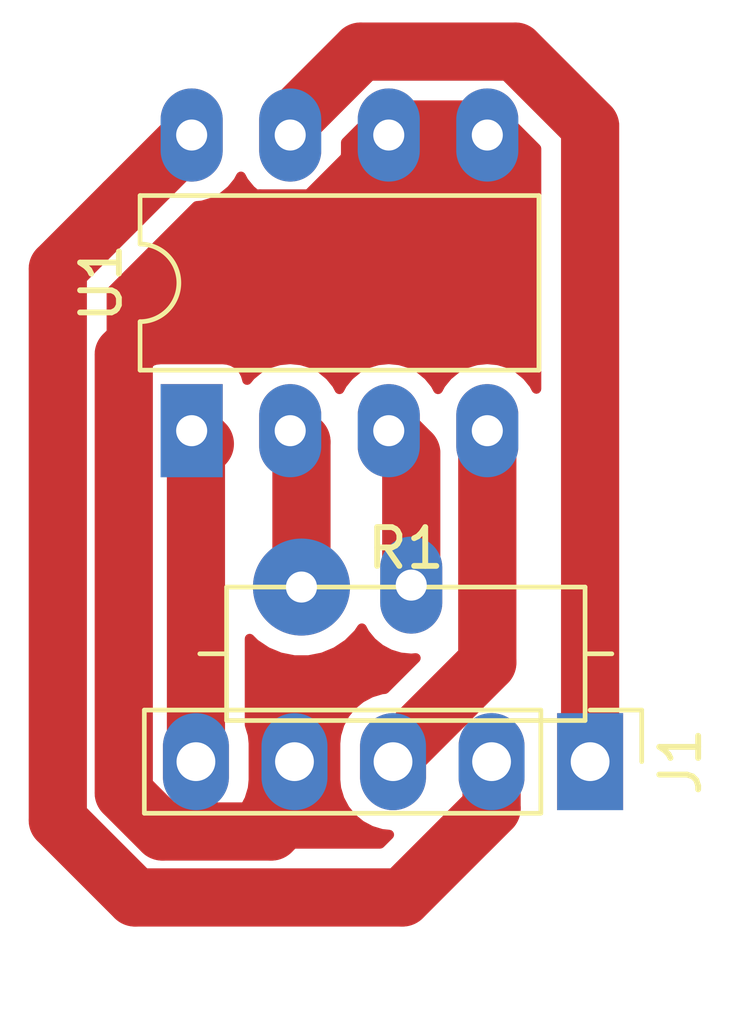
<source format=kicad_pcb>
(kicad_pcb (version 20171130) (host pcbnew "(5.1.7)-1")

  (general
    (thickness 1.6)
    (drawings 0)
    (tracks 34)
    (zones 0)
    (modules 3)
    (nets 8)
  )

  (page A4)
  (layers
    (0 F.Cu signal)
    (31 B.Cu signal)
    (32 B.Adhes user hide)
    (33 F.Adhes user hide)
    (34 B.Paste user hide)
    (35 F.Paste user hide)
    (36 B.SilkS user hide)
    (37 F.SilkS user hide)
    (38 B.Mask user hide)
    (39 F.Mask user hide)
    (40 Dwgs.User user hide)
    (41 Cmts.User user hide)
    (42 Eco1.User user)
    (43 Eco2.User user)
    (44 Edge.Cuts user hide)
    (45 Margin user hide)
    (46 B.CrtYd user hide)
    (47 F.CrtYd user hide)
    (48 B.Fab user hide)
    (49 F.Fab user hide)
  )

  (setup
    (last_trace_width 1.5)
    (user_trace_width 1.5)
    (trace_clearance 0.2)
    (zone_clearance 0.508)
    (zone_45_only no)
    (trace_min 0.2)
    (via_size 0.8)
    (via_drill 0.4)
    (via_min_size 0.4)
    (via_min_drill 0.3)
    (uvia_size 0.3)
    (uvia_drill 0.1)
    (uvias_allowed no)
    (uvia_min_size 0.2)
    (uvia_min_drill 0.1)
    (edge_width 0.05)
    (segment_width 0.2)
    (pcb_text_width 0.3)
    (pcb_text_size 1.5 1.5)
    (mod_edge_width 0.12)
    (mod_text_size 1 1)
    (mod_text_width 0.15)
    (pad_size 2.5 2.5)
    (pad_drill 0.8)
    (pad_to_mask_clearance 0)
    (aux_axis_origin 0 0)
    (visible_elements FFFFFF7F)
    (pcbplotparams
      (layerselection 0x00000_7fffffff)
      (usegerberextensions false)
      (usegerberattributes true)
      (usegerberadvancedattributes true)
      (creategerberjobfile true)
      (excludeedgelayer true)
      (linewidth 0.020000)
      (plotframeref false)
      (viasonmask false)
      (mode 1)
      (useauxorigin false)
      (hpglpennumber 1)
      (hpglpenspeed 20)
      (hpglpendiameter 15.000000)
      (psnegative false)
      (psa4output false)
      (plotreference true)
      (plotvalue true)
      (plotinvisibletext false)
      (padsonsilk false)
      (subtractmaskfromsilk false)
      (outputformat 4)
      (mirror false)
      (drillshape 0)
      (scaleselection 1)
      (outputdirectory ""))
  )

  (net 0 "")
  (net 1 Vin-)
  (net 2 GND)
  (net 3 Vin+)
  (net 4 +5V)
  (net 5 Out)
  (net 6 "Net-(R1-Pad2)")
  (net 7 "Net-(R1-Pad1)")

  (net_class Default "This is the default net class."
    (clearance 0.2)
    (trace_width 0.25)
    (via_dia 0.8)
    (via_drill 0.4)
    (uvia_dia 0.3)
    (uvia_drill 0.1)
    (add_net +5V)
    (add_net GND)
    (add_net "Net-(R1-Pad1)")
    (add_net "Net-(R1-Pad2)")
    (add_net Out)
    (add_net Vin+)
    (add_net Vin-)
  )

  (module Connector_PinHeader_2.54mm:PinHeader_1x05_P2.54mm_Vertical (layer F.Cu) (tedit 60929D66) (tstamp 60930B0E)
    (at 46.78 35.8 270)
    (descr "Through hole straight pin header, 1x05, 2.54mm pitch, single row")
    (tags "Through hole pin header THT 1x05 2.54mm single row")
    (path /6092DFB8)
    (fp_text reference J1 (at 0 -2.33 270) (layer F.SilkS)
      (effects (font (size 1 1) (thickness 0.15)))
    )
    (fp_text value Conn_01x05 (at 0 12.49 270) (layer F.Fab)
      (effects (font (size 1 1) (thickness 0.15)))
    )
    (fp_text user %R (at 0 5.08) (layer F.Fab)
      (effects (font (size 1 1) (thickness 0.15)))
    )
    (fp_line (start -0.635 -1.27) (end 1.27 -1.27) (layer F.Fab) (width 0.1))
    (fp_line (start 1.27 -1.27) (end 1.27 11.43) (layer F.Fab) (width 0.1))
    (fp_line (start 1.27 11.43) (end -1.27 11.43) (layer F.Fab) (width 0.1))
    (fp_line (start -1.27 11.43) (end -1.27 -0.635) (layer F.Fab) (width 0.1))
    (fp_line (start -1.27 -0.635) (end -0.635 -1.27) (layer F.Fab) (width 0.1))
    (fp_line (start -1.33 11.49) (end 1.33 11.49) (layer F.SilkS) (width 0.12))
    (fp_line (start -1.33 1.27) (end -1.33 11.49) (layer F.SilkS) (width 0.12))
    (fp_line (start 1.33 1.27) (end 1.33 11.49) (layer F.SilkS) (width 0.12))
    (fp_line (start -1.33 1.27) (end 1.33 1.27) (layer F.SilkS) (width 0.12))
    (fp_line (start -1.33 0) (end -1.33 -1.33) (layer F.SilkS) (width 0.12))
    (fp_line (start -1.33 -1.33) (end 0 -1.33) (layer F.SilkS) (width 0.12))
    (fp_line (start -1.8 -1.8) (end -1.8 11.95) (layer F.CrtYd) (width 0.05))
    (fp_line (start -1.8 11.95) (end 1.8 11.95) (layer F.CrtYd) (width 0.05))
    (fp_line (start 1.8 11.95) (end 1.8 -1.8) (layer F.CrtYd) (width 0.05))
    (fp_line (start 1.8 -1.8) (end -1.8 -1.8) (layer F.CrtYd) (width 0.05))
    (pad 5 thru_hole oval (at 0 10.16 270) (size 2.5 1.7) (drill 1) (layers *.Cu *.Mask)
      (net 1 Vin-))
    (pad 4 thru_hole oval (at 0 7.62 270) (size 2.5 1.7) (drill 1) (layers *.Cu *.Mask)
      (net 2 GND))
    (pad 3 thru_hole oval (at 0 5.08 270) (size 2.5 1.7) (drill 1) (layers *.Cu *.Mask)
      (net 3 Vin+))
    (pad 2 thru_hole oval (at 0 2.54 270) (size 2.5 1.7) (drill 1) (layers *.Cu *.Mask)
      (net 4 +5V))
    (pad 1 thru_hole rect (at 0 0 270) (size 2.5 1.7) (drill 1) (layers *.Cu *.Mask)
      (net 5 Out))
    (model ${KISYS3DMOD}/Connector_PinHeader_2.54mm.3dshapes/PinHeader_1x05_P2.54mm_Vertical.wrl
      (at (xyz 0 0 0))
      (scale (xyz 1 1 1))
      (rotate (xyz 0 0 0))
    )
  )

  (module Resistor_THT:R_Axial_DIN0309_L9.0mm_D3.2mm_P12.70mm_Horizontal (layer F.Cu) (tedit 60929AFA) (tstamp 60930B25)
    (at 35.68 33.02)
    (descr "Resistor, Axial_DIN0309 series, Axial, Horizontal, pin pitch=12.7mm, 0.5W = 1/2W, length*diameter=9*3.2mm^2, http://cdn-reichelt.de/documents/datenblatt/B400/1_4W%23YAG.pdf")
    (tags "Resistor Axial_DIN0309 series Axial Horizontal pin pitch 12.7mm 0.5W = 1/2W length 9mm diameter 3.2mm")
    (path /6092B2F9)
    (fp_text reference R1 (at 6.35 -2.72) (layer F.SilkS)
      (effects (font (size 1 1) (thickness 0.15)))
    )
    (fp_text value R_Small (at 6.35 2.72) (layer F.Fab)
      (effects (font (size 1 1) (thickness 0.15)))
    )
    (fp_text user %R (at 8.43 -0.49) (layer F.Fab)
      (effects (font (size 1 1) (thickness 0.15)))
    )
    (fp_line (start 1.85 -1.6) (end 1.85 1.6) (layer F.Fab) (width 0.1))
    (fp_line (start 1.85 1.6) (end 10.85 1.6) (layer F.Fab) (width 0.1))
    (fp_line (start 10.85 1.6) (end 10.85 -1.6) (layer F.Fab) (width 0.1))
    (fp_line (start 10.85 -1.6) (end 1.85 -1.6) (layer F.Fab) (width 0.1))
    (fp_line (start 0 0) (end 1.85 0) (layer F.Fab) (width 0.1))
    (fp_line (start 12.7 0) (end 10.85 0) (layer F.Fab) (width 0.1))
    (fp_line (start 1.73 -1.72) (end 1.73 1.72) (layer F.SilkS) (width 0.12))
    (fp_line (start 1.73 1.72) (end 10.97 1.72) (layer F.SilkS) (width 0.12))
    (fp_line (start 10.97 1.72) (end 10.97 -1.72) (layer F.SilkS) (width 0.12))
    (fp_line (start 10.97 -1.72) (end 1.73 -1.72) (layer F.SilkS) (width 0.12))
    (fp_line (start 1.04 0) (end 1.73 0) (layer F.SilkS) (width 0.12))
    (fp_line (start 11.66 0) (end 10.97 0) (layer F.SilkS) (width 0.12))
    (fp_line (start -1.05 -1.85) (end -1.05 1.85) (layer F.CrtYd) (width 0.05))
    (fp_line (start -1.05 1.85) (end 13.75 1.85) (layer F.CrtYd) (width 0.05))
    (fp_line (start 13.75 1.85) (end 13.75 -1.85) (layer F.CrtYd) (width 0.05))
    (fp_line (start 13.75 -1.85) (end -1.05 -1.85) (layer F.CrtYd) (width 0.05))
    (pad 2 thru_hole oval (at 6.49 -1.77 90) (size 2.5 1.6) (drill 0.8) (layers *.Cu *.Mask)
      (net 6 "Net-(R1-Pad2)"))
    (pad 1 thru_hole circle (at 3.66 -1.72) (size 2.5 2.5) (drill 0.8) (layers *.Cu F.Mask)
      (net 7 "Net-(R1-Pad1)"))
    (model ${KISYS3DMOD}/Resistor_THT.3dshapes/R_Axial_DIN0309_L9.0mm_D3.2mm_P12.70mm_Horizontal.wrl
      (at (xyz 0 0 0))
      (scale (xyz 1 1 1))
      (rotate (xyz 0 0 0))
    )
  )

  (module Package_DIP:DIP-8_W7.62mm_LongPads (layer F.Cu) (tedit 5A02E8C5) (tstamp 60930B41)
    (at 36.51 27.27 90)
    (descr "8-lead though-hole mounted DIP package, row spacing 7.62 mm (300 mils), LongPads")
    (tags "THT DIP DIL PDIP 2.54mm 7.62mm 300mil LongPads")
    (path /60929AFF)
    (fp_text reference U1 (at 3.81 -2.33 90) (layer F.SilkS)
      (effects (font (size 1 1) (thickness 0.15)))
    )
    (fp_text value AD8422 (at 3.81 9.95 90) (layer F.Fab)
      (effects (font (size 1 1) (thickness 0.15)))
    )
    (fp_text user %R (at 3.81 3.81 90) (layer F.Fab)
      (effects (font (size 1 1) (thickness 0.15)))
    )
    (fp_arc (start 3.81 -1.33) (end 2.81 -1.33) (angle -180) (layer F.SilkS) (width 0.12))
    (fp_line (start 1.635 -1.27) (end 6.985 -1.27) (layer F.Fab) (width 0.1))
    (fp_line (start 6.985 -1.27) (end 6.985 8.89) (layer F.Fab) (width 0.1))
    (fp_line (start 6.985 8.89) (end 0.635 8.89) (layer F.Fab) (width 0.1))
    (fp_line (start 0.635 8.89) (end 0.635 -0.27) (layer F.Fab) (width 0.1))
    (fp_line (start 0.635 -0.27) (end 1.635 -1.27) (layer F.Fab) (width 0.1))
    (fp_line (start 2.81 -1.33) (end 1.56 -1.33) (layer F.SilkS) (width 0.12))
    (fp_line (start 1.56 -1.33) (end 1.56 8.95) (layer F.SilkS) (width 0.12))
    (fp_line (start 1.56 8.95) (end 6.06 8.95) (layer F.SilkS) (width 0.12))
    (fp_line (start 6.06 8.95) (end 6.06 -1.33) (layer F.SilkS) (width 0.12))
    (fp_line (start 6.06 -1.33) (end 4.81 -1.33) (layer F.SilkS) (width 0.12))
    (fp_line (start -1.45 -1.55) (end -1.45 9.15) (layer F.CrtYd) (width 0.05))
    (fp_line (start -1.45 9.15) (end 9.1 9.15) (layer F.CrtYd) (width 0.05))
    (fp_line (start 9.1 9.15) (end 9.1 -1.55) (layer F.CrtYd) (width 0.05))
    (fp_line (start 9.1 -1.55) (end -1.45 -1.55) (layer F.CrtYd) (width 0.05))
    (pad 8 thru_hole oval (at 7.62 0 90) (size 2.4 1.6) (drill 0.8) (layers *.Cu *.Mask)
      (net 4 +5V))
    (pad 4 thru_hole oval (at 0 7.62 90) (size 2.4 1.6) (drill 0.8) (layers *.Cu *.Mask)
      (net 3 Vin+))
    (pad 7 thru_hole oval (at 7.62 2.54 90) (size 2.4 1.6) (drill 0.8) (layers *.Cu *.Mask)
      (net 5 Out))
    (pad 3 thru_hole oval (at 0 5.08 90) (size 2.4 1.6) (drill 0.8) (layers *.Cu *.Mask)
      (net 6 "Net-(R1-Pad2)"))
    (pad 6 thru_hole oval (at 7.62 5.08 90) (size 2.4 1.6) (drill 0.8) (layers *.Cu *.Mask)
      (net 2 GND))
    (pad 2 thru_hole oval (at 0 2.54 90) (size 2.4 1.6) (drill 0.8) (layers *.Cu *.Mask)
      (net 7 "Net-(R1-Pad1)"))
    (pad 5 thru_hole oval (at 7.62 7.62 90) (size 2.4 1.6) (drill 0.8) (layers *.Cu *.Mask)
      (net 2 GND))
    (pad 1 thru_hole rect (at 0 0 90) (size 2.4 1.6) (drill 0.8) (layers *.Cu *.Mask)
      (net 1 Vin-))
    (model ${KISYS3DMOD}/Package_DIP.3dshapes/DIP-8_W7.62mm.wrl
      (at (xyz 0 0 0))
      (scale (xyz 1 1 1))
      (rotate (xyz 0 0 0))
    )
  )

  (segment (start 36.85 27.61) (end 36.51 27.27) (width 1.5) (layer F.Cu) (net 1))
  (segment (start 36.62 27.38) (end 36.51 27.27) (width 1.5) (layer F.Cu) (net 1))
  (segment (start 36.62 35.8) (end 36.62 27.38) (width 1.5) (layer F.Cu) (net 1))
  (segment (start 44.13 19.65) (end 41.59 19.65) (width 1.5) (layer F.Cu) (net 2))
  (segment (start 41.59 19.984887) (end 41.59 19.65) (width 1.5) (layer F.Cu) (net 2))
  (segment (start 38.269988 21.80001) (end 39.774877 21.80001) (width 1.5) (layer F.Cu) (net 2))
  (segment (start 39.774877 21.80001) (end 41.59 19.984887) (width 1.5) (layer F.Cu) (net 2))
  (segment (start 34.759999 25.309999) (end 38.269988 21.80001) (width 1.5) (layer F.Cu) (net 2))
  (segment (start 35.755999 37.600001) (end 34.759999 36.604001) (width 1.5) (layer F.Cu) (net 2))
  (segment (start 34.759999 36.604001) (end 34.759999 25.309999) (width 1.5) (layer F.Cu) (net 2))
  (segment (start 38.56208 37.600001) (end 35.755999 37.600001) (width 1.5) (layer F.Cu) (net 2))
  (segment (start 39.16 37.002081) (end 38.56208 37.600001) (width 1.5) (layer F.Cu) (net 2))
  (segment (start 39.16 35.8) (end 39.16 37.002081) (width 1.5) (layer F.Cu) (net 2))
  (segment (start 41.7 35.675998) (end 41.7 35.8) (width 1.5) (layer F.Cu) (net 3))
  (segment (start 44.13 33.245998) (end 41.7 35.675998) (width 1.5) (layer F.Cu) (net 3))
  (segment (start 44.13 27.27) (end 44.13 33.245998) (width 1.5) (layer F.Cu) (net 3))
  (segment (start 36.51 19.65) (end 34.759999 21.400001) (width 1.5) (layer F.Cu) (net 4))
  (segment (start 43.64208 37.600001) (end 44.24 37.002081) (width 1.5) (layer F.Cu) (net 4))
  (segment (start 44.24 37.002081) (end 44.24 35.8) (width 1.5) (layer F.Cu) (net 4))
  (segment (start 41.94207 39.300011) (end 44.24 37.002081) (width 1.5) (layer F.Cu) (net 4))
  (segment (start 33.059989 37.308168) (end 35.051832 39.300011) (width 1.5) (layer F.Cu) (net 4))
  (segment (start 33.059989 23.100011) (end 33.059989 37.308168) (width 1.5) (layer F.Cu) (net 4))
  (segment (start 35.051832 39.300011) (end 41.94207 39.300011) (width 1.5) (layer F.Cu) (net 4))
  (segment (start 34.759999 21.400001) (end 33.059989 23.100011) (width 1.5) (layer F.Cu) (net 4))
  (segment (start 39.05 19.984887) (end 39.05 19.65) (width 1.5) (layer F.Cu) (net 5))
  (segment (start 39.05 19.315113) (end 39.05 19.65) (width 1.5) (layer F.Cu) (net 5))
  (segment (start 40.865123 17.49999) (end 39.05 19.315113) (width 1.5) (layer F.Cu) (net 5))
  (segment (start 44.854877 17.49999) (end 40.865123 17.49999) (width 1.5) (layer F.Cu) (net 5))
  (segment (start 46.78 19.425113) (end 44.854877 17.49999) (width 1.5) (layer F.Cu) (net 5))
  (segment (start 46.78 35.8) (end 46.78 19.425113) (width 1.5) (layer F.Cu) (net 5))
  (segment (start 42.17 27.85) (end 41.59 27.27) (width 1.5) (layer F.Cu) (net 6))
  (segment (start 42.17 31.25) (end 42.17 27.85) (width 1.5) (layer F.Cu) (net 6))
  (segment (start 39.34 27.56) (end 39.05 27.27) (width 1.5) (layer F.Cu) (net 7))
  (segment (start 39.34 31.3) (end 39.34 27.56) (width 1.5) (layer F.Cu) (net 7))

  (zone (net 2) (net_name GND) (layer F.Cu) (tstamp 0) (hatch edge 0.508)
    (connect_pads yes (clearance 0.508))
    (min_thickness 0.254)
    (fill yes (arc_segments 32) (thermal_gap 0.508) (thermal_bridge_width 0.508))
    (polygon
      (pts
        (xy 50.47 42.56) (xy 31.65 42.58) (xy 31.57 16.25) (xy 50.81 16.17)
      )
    )
    (filled_polygon
      (pts
        (xy 45.395001 19.9988) (xy 45.395001 26.192505) (xy 45.328932 26.068899) (xy 45.149607 25.850392) (xy 44.9311 25.671068)
        (xy 44.681807 25.537818) (xy 44.411308 25.455764) (xy 44.13 25.428057) (xy 43.848691 25.455764) (xy 43.578192 25.537818)
        (xy 43.328899 25.671068) (xy 43.110392 25.850393) (xy 42.931068 26.0689) (xy 42.86 26.201858) (xy 42.788932 26.068899)
        (xy 42.609607 25.850392) (xy 42.3911 25.671068) (xy 42.141807 25.537818) (xy 41.871308 25.455764) (xy 41.59 25.428057)
        (xy 41.308691 25.455764) (xy 41.038192 25.537818) (xy 40.788899 25.671068) (xy 40.570392 25.850393) (xy 40.391068 26.0689)
        (xy 40.32 26.201858) (xy 40.248932 26.068899) (xy 40.069607 25.850392) (xy 39.8511 25.671068) (xy 39.601807 25.537818)
        (xy 39.331308 25.455764) (xy 39.05 25.428057) (xy 38.768691 25.455764) (xy 38.498192 25.537818) (xy 38.248899 25.671068)
        (xy 38.030392 25.850393) (xy 37.937581 25.963483) (xy 37.935812 25.945518) (xy 37.899502 25.82582) (xy 37.840537 25.715506)
        (xy 37.761185 25.618815) (xy 37.664494 25.539463) (xy 37.55418 25.480498) (xy 37.434482 25.444188) (xy 37.31 25.431928)
        (xy 35.71 25.431928) (xy 35.585518 25.444188) (xy 35.46582 25.480498) (xy 35.355506 25.539463) (xy 35.258815 25.618815)
        (xy 35.179463 25.715506) (xy 35.120498 25.82582) (xy 35.084188 25.945518) (xy 35.071928 26.07) (xy 35.071928 28.47)
        (xy 35.084188 28.594482) (xy 35.120498 28.71418) (xy 35.179463 28.824494) (xy 35.235001 28.892167) (xy 35.235 34.850067)
        (xy 35.156487 35.108889) (xy 35.135 35.32705) (xy 35.135 36.272949) (xy 35.156487 36.49111) (xy 35.241401 36.771033)
        (xy 35.379294 37.029013) (xy 35.564866 37.255134) (xy 35.790986 37.440706) (xy 36.048966 37.578599) (xy 36.328889 37.663513)
        (xy 36.62 37.692185) (xy 36.91111 37.663513) (xy 37.191033 37.578599) (xy 37.449013 37.440706) (xy 37.675134 37.255134)
        (xy 37.860706 37.029014) (xy 37.998599 36.771034) (xy 38.083513 36.491111) (xy 38.105 36.27295) (xy 38.105 35.327051)
        (xy 38.083513 35.108889) (xy 38.005 34.850067) (xy 38.005 32.630793) (xy 38.138382 32.764175) (xy 38.447118 32.970466)
        (xy 38.790166 33.112561) (xy 39.154344 33.185) (xy 39.525656 33.185) (xy 39.889834 33.112561) (xy 40.232882 32.970466)
        (xy 40.541618 32.764175) (xy 40.804175 32.501618) (xy 40.897049 32.362622) (xy 40.971068 32.501101) (xy 41.150393 32.719608)
        (xy 41.3689 32.898932) (xy 41.618193 33.032182) (xy 41.888692 33.114236) (xy 42.17 33.141943) (xy 42.286881 33.130431)
        (xy 41.488685 33.928628) (xy 41.40889 33.936487) (xy 41.128967 34.021401) (xy 40.870987 34.159294) (xy 40.644866 34.344866)
        (xy 40.459294 34.570986) (xy 40.321401 34.828966) (xy 40.236487 35.108889) (xy 40.215 35.32705) (xy 40.215 36.272949)
        (xy 40.236487 36.49111) (xy 40.321401 36.771033) (xy 40.459294 37.029013) (xy 40.644866 37.255134) (xy 40.870986 37.440706)
        (xy 41.128966 37.578599) (xy 41.408889 37.663513) (xy 41.600965 37.682431) (xy 41.368385 37.915011) (xy 35.625518 37.915011)
        (xy 34.444989 36.734483) (xy 34.444989 23.673696) (xy 35.787451 22.331235) (xy 35.787455 22.33123) (xy 36.639497 21.479188)
        (xy 36.791309 21.464236) (xy 37.061808 21.382182) (xy 37.311101 21.248932) (xy 37.529608 21.069608) (xy 37.708932 20.851101)
        (xy 37.78 20.718142) (xy 37.851068 20.851101) (xy 38.030393 21.069608) (xy 38.2489 21.248932) (xy 38.498193 21.382182)
        (xy 38.768692 21.464236) (xy 39.05 21.491943) (xy 39.331309 21.464236) (xy 39.601808 21.382182) (xy 39.851101 21.248932)
        (xy 40.069608 21.069608) (xy 40.248932 20.851101) (xy 40.382182 20.601808) (xy 40.464236 20.331309) (xy 40.485 20.120491)
        (xy 40.485 19.838798) (xy 41.438809 18.88499) (xy 44.281192 18.88499)
      )
    )
  )
)

</source>
